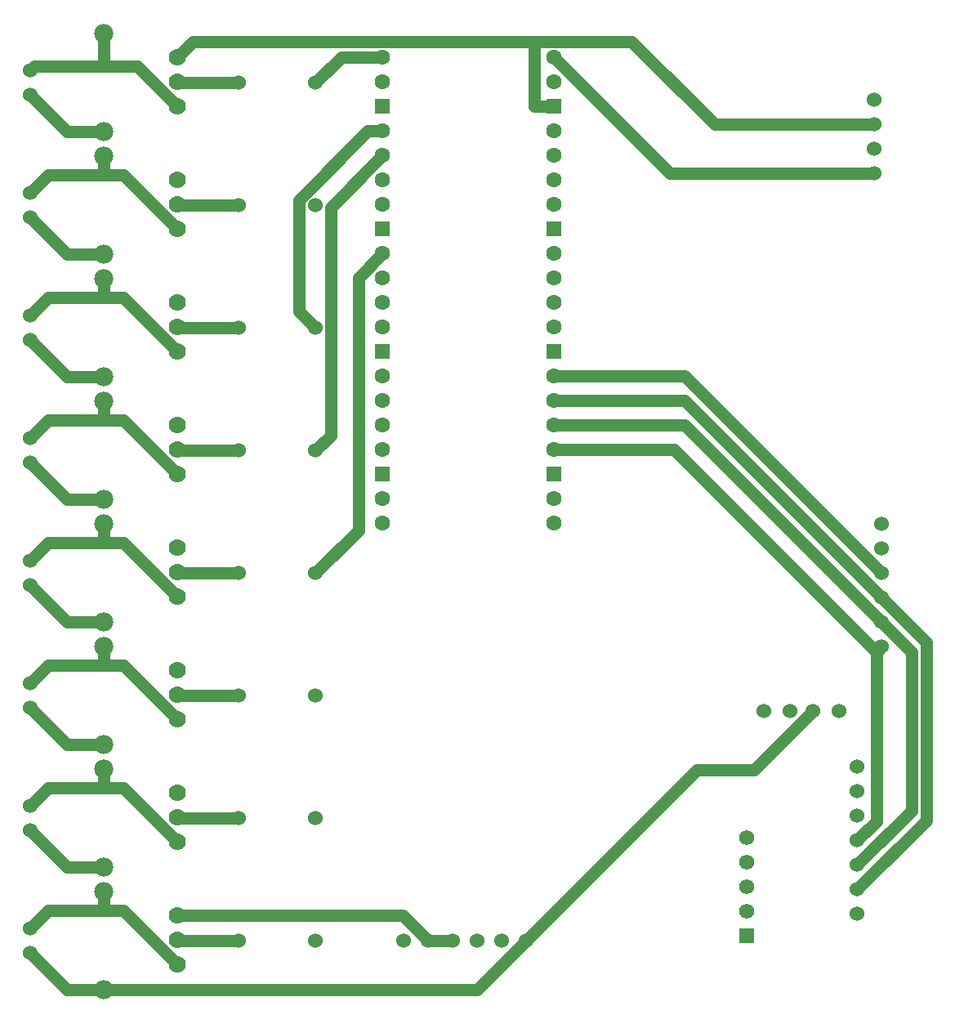
<source format=gbl>
G04 Layer: BottomLayer*
G04 EasyEDA v6.5.23, 2023-08-12 17:48:43*
G04 Gerber Generator version 0.2*
G04 Scale: 100 percent, Rotated: No, Reflected: No *
G04 Dimensions in millimeters *
G04 leading zeros omitted , absolute positions ,4 integer and 5 decimal *
%FSLAX45Y45*%
%MOMM*%

%ADD10C,1.2700*%
%ADD11C,1.6000*%
%ADD12R,1.6000X1.6000*%
%ADD13C,1.7780*%
%ADD14C,1.5240*%
%ADD15C,1.9812*%
%ADD16C,1.5748*%
%ADD17R,1.5748X1.5748*%
%ADD18R,0.0100X1.5748*%

%LPD*%
D10*
X6350000Y4572000D02*
G01*
X8120354Y6342354D01*
X8710879Y6342354D01*
X9321774Y6953250D01*
X4165498Y13461974D02*
G01*
X4429480Y13725956D01*
X4860010Y13725956D01*
X4165498Y10921974D02*
G01*
X3990517Y11096955D01*
X3990517Y12250648D01*
X4703825Y12963956D01*
X4860010Y12963956D01*
X4165498Y9651974D02*
G01*
X4320590Y9807067D01*
X4320590Y12170537D01*
X4860010Y12709956D01*
X4165498Y8381974D02*
G01*
X4608322Y8824798D01*
X4608322Y11442268D01*
X4860010Y11693956D01*
X10032974Y8381974D02*
G01*
X7990966Y10423982D01*
X6637985Y10423982D01*
X10032974Y8127974D02*
G01*
X7990966Y10169982D01*
X6637985Y10169982D01*
X9778974Y5105400D02*
G01*
X10494695Y5821121D01*
X10494695Y7666253D01*
X10032974Y8127974D01*
X9778974Y5359400D02*
G01*
X10342118Y5922543D01*
X10342118Y7564831D01*
X10032974Y7873974D01*
X10032974Y7873974D02*
G01*
X7990966Y9915982D01*
X6637985Y9915982D01*
X9976764Y7563764D02*
G01*
X7878546Y9661982D01*
X6637985Y9661982D01*
X10032974Y7619974D02*
G01*
X9976764Y7563764D01*
X9976764Y7563764D02*
G01*
X9976764Y5811189D01*
X9778974Y5613400D01*
X3365500Y4572000D02*
G01*
X2743200Y4572000D01*
X2730500Y4584700D01*
X1968500Y4888331D02*
G01*
X1968500Y5080000D01*
X1206500Y4699000D02*
G01*
X1395831Y4888331D01*
X1968500Y4888331D01*
X1968500Y4888331D02*
G01*
X2172868Y4888331D01*
X2730500Y4330700D01*
X3365500Y5842000D02*
G01*
X2743200Y5842000D01*
X2730500Y5854700D01*
X1968500Y6158331D02*
G01*
X1968500Y6350000D01*
X1206500Y5969000D02*
G01*
X1395831Y6158331D01*
X1968500Y6158331D01*
X1968500Y6158331D02*
G01*
X2172868Y6158331D01*
X2730500Y5600700D01*
X3365500Y7111974D02*
G01*
X2743200Y7111974D01*
X2730500Y7124674D01*
X1968500Y7428306D02*
G01*
X1968500Y7619974D01*
X1206500Y7238974D02*
G01*
X1395831Y7428306D01*
X1968500Y7428306D01*
X1968500Y7428306D02*
G01*
X2172868Y7428306D01*
X2730500Y6870674D01*
X3365500Y8381974D02*
G01*
X2743200Y8381974D01*
X2730500Y8394674D01*
X1968500Y8698306D02*
G01*
X1968500Y8889974D01*
X1206500Y8508974D02*
G01*
X1395831Y8698306D01*
X1968500Y8698306D01*
X1968500Y8698306D02*
G01*
X2172868Y8698306D01*
X2730500Y8140674D01*
X3365500Y9651974D02*
G01*
X2743200Y9651974D01*
X2730500Y9664674D01*
X1968500Y9968306D02*
G01*
X1968500Y10159974D01*
X1206500Y9778974D02*
G01*
X1395831Y9968306D01*
X1968500Y9968306D01*
X1968500Y9968306D02*
G01*
X2172868Y9968306D01*
X2730500Y9410674D01*
X3365500Y10921974D02*
G01*
X2743200Y10921974D01*
X2730500Y10934674D01*
X1968500Y11238306D02*
G01*
X1968500Y11429974D01*
X1206500Y11048974D02*
G01*
X1395831Y11238306D01*
X1968500Y11238306D01*
X1968500Y11238306D02*
G01*
X2172868Y11238306D01*
X2730500Y10680674D01*
X3365500Y12191974D02*
G01*
X2743200Y12191974D01*
X2730500Y12204674D01*
X1968500Y12508306D02*
G01*
X1968500Y12699974D01*
X1206500Y12318974D02*
G01*
X1395831Y12508306D01*
X1968500Y12508306D01*
X1968500Y12508306D02*
G01*
X2172868Y12508306D01*
X2730500Y11950674D01*
X3365500Y13461974D02*
G01*
X2743200Y13461974D01*
X2730500Y13474674D01*
X1968500Y13969974D02*
G01*
X1968500Y13633475D01*
X1206500Y13588974D02*
G01*
X1251000Y13633475D01*
X1968500Y13633475D01*
X1968500Y13633475D02*
G01*
X2317699Y13633475D01*
X2730500Y13220674D01*
X1968500Y5334000D02*
G01*
X1587500Y5334000D01*
X1206500Y5715000D01*
X1968500Y6603974D02*
G01*
X1587500Y6603974D01*
X1206500Y6984974D01*
X1968500Y7873974D02*
G01*
X1587500Y7873974D01*
X1206500Y8254974D01*
X1968500Y9143974D02*
G01*
X1587500Y9143974D01*
X1206500Y9524974D01*
X1968500Y10413974D02*
G01*
X1587500Y10413974D01*
X1206500Y10794974D01*
X1968500Y11683974D02*
G01*
X1587500Y11683974D01*
X1206500Y12064974D01*
X1968500Y12953974D02*
G01*
X1587500Y12953974D01*
X1206500Y13334974D01*
X1206500Y4445000D02*
G01*
X1587500Y4064000D01*
X1968500Y4064000D01*
X1968500Y4064000D02*
G01*
X5842000Y4064000D01*
X6350000Y4572000D01*
X6637985Y13725956D02*
G01*
X7838770Y12525171D01*
X9956774Y12525171D01*
X5334000Y4572000D02*
G01*
X5588000Y4572000D01*
X5334000Y4572000D02*
G01*
X5067300Y4838700D01*
X2730500Y4838700D01*
X6637985Y13217956D02*
G01*
X6430924Y13217956D01*
X6430924Y13889888D02*
G01*
X6430924Y13217956D01*
X2730500Y13728674D02*
G01*
X2891713Y13889888D01*
X6430924Y13889888D01*
X6430924Y13889888D02*
G01*
X7443139Y13889888D01*
X8299856Y13033171D01*
X9956774Y13033171D01*
D11*
G01*
X4860010Y8899982D03*
G01*
X4860010Y9153982D03*
D12*
G01*
X4859985Y9407982D03*
D11*
G01*
X4860010Y9661982D03*
G01*
X4860010Y9915982D03*
G01*
X4860010Y10169982D03*
G01*
X4860010Y10423982D03*
D12*
G01*
X4859985Y10677982D03*
D11*
G01*
X4860010Y10931956D03*
G01*
X4860010Y11185956D03*
G01*
X4860010Y13725956D03*
G01*
X4860010Y13471956D03*
D12*
G01*
X4859985Y13217982D03*
D11*
G01*
X4860010Y12963956D03*
G01*
X4860010Y12709956D03*
G01*
X4860010Y12455956D03*
G01*
X4860010Y12201956D03*
D12*
G01*
X4859985Y11947982D03*
D11*
G01*
X4860010Y11693956D03*
G01*
X4860010Y11439956D03*
G01*
X6637985Y11439956D03*
G01*
X6637985Y11693956D03*
D12*
G01*
X6637985Y11947982D03*
D11*
G01*
X6637985Y12201956D03*
G01*
X6637985Y12455956D03*
G01*
X6637985Y12709956D03*
G01*
X6637985Y12963956D03*
D12*
G01*
X6637985Y13217982D03*
D11*
G01*
X6637985Y13471956D03*
G01*
X6637985Y13725956D03*
G01*
X6637985Y11185956D03*
G01*
X6637985Y10931956D03*
D12*
G01*
X6637985Y10677982D03*
D11*
G01*
X6637985Y10423982D03*
G01*
X6637985Y10169982D03*
G01*
X6637985Y9915982D03*
G01*
X6637985Y9661982D03*
D12*
G01*
X6637985Y9407982D03*
D11*
G01*
X6637985Y9153982D03*
G01*
X6637985Y8899982D03*
D13*
G01*
X2730500Y4838700D03*
G01*
X2730500Y4584700D03*
G01*
X2730500Y4330700D03*
G01*
X2730500Y6108674D03*
G01*
X2730500Y5854674D03*
G01*
X2730500Y5600674D03*
G01*
X2730500Y7378674D03*
G01*
X2730500Y7124674D03*
G01*
X2730500Y6870674D03*
G01*
X2730500Y8648674D03*
G01*
X2730500Y8394674D03*
G01*
X2730500Y8140674D03*
G01*
X2730500Y9918674D03*
G01*
X2730500Y9664674D03*
G01*
X2730500Y9410674D03*
G01*
X2730500Y11188674D03*
G01*
X2730500Y10934674D03*
G01*
X2730500Y10680674D03*
G01*
X2730500Y12458674D03*
G01*
X2730500Y12204674D03*
G01*
X2730500Y11950674D03*
G01*
X2730500Y13728674D03*
G01*
X2730500Y13474674D03*
G01*
X2730500Y13220674D03*
D14*
G01*
X6350000Y4572000D03*
G01*
X6096000Y4572000D03*
G01*
X5842000Y4572000D03*
G01*
X5588000Y4572000D03*
G01*
X5334000Y4572000D03*
G01*
X5080000Y4572000D03*
G01*
X1206500Y13588974D03*
G01*
X1206500Y13334974D03*
G01*
X1206500Y12318974D03*
G01*
X1206500Y12064974D03*
G01*
X1206500Y11048974D03*
G01*
X1206500Y10794974D03*
G01*
X1206500Y9778974D03*
G01*
X1206500Y9524974D03*
G01*
X1206500Y8508974D03*
G01*
X1206500Y8254974D03*
G01*
X1206500Y7238974D03*
G01*
X1206500Y6984974D03*
G01*
X1206500Y5968974D03*
G01*
X1206500Y5714974D03*
G01*
X1206500Y4699000D03*
G01*
X1206500Y4445000D03*
D15*
G01*
X1968500Y13969974D03*
G01*
X1968500Y12953974D03*
G01*
X1968500Y12699974D03*
G01*
X1968500Y11683974D03*
G01*
X1968500Y11429974D03*
G01*
X1968500Y10413974D03*
G01*
X1968500Y10159974D03*
G01*
X1968500Y9143974D03*
G01*
X1968500Y8889974D03*
G01*
X1968500Y7873974D03*
G01*
X1968500Y7619974D03*
G01*
X1968500Y6603974D03*
G01*
X1968500Y6349974D03*
G01*
X1968500Y5333974D03*
G01*
X1968500Y5080000D03*
G01*
X1968500Y4064000D03*
D14*
G01*
X3365500Y13461974D03*
G01*
X4165498Y13461974D03*
G01*
X3365500Y12191974D03*
G01*
X4165498Y12191974D03*
G01*
X3365500Y10921974D03*
G01*
X4165498Y10921974D03*
G01*
X3365500Y9651974D03*
G01*
X4165498Y9651974D03*
G01*
X3365500Y8381974D03*
G01*
X4165498Y8381974D03*
G01*
X3365500Y7111974D03*
G01*
X4165498Y7111974D03*
G01*
X3365500Y5841974D03*
G01*
X4165498Y5841974D03*
G01*
X3365500Y4572000D03*
G01*
X4165498Y4572000D03*
G01*
X9778974Y6375400D03*
G01*
X9778974Y6121400D03*
G01*
X9778974Y5867400D03*
G01*
X9778974Y5613400D03*
G01*
X9778974Y5359400D03*
G01*
X9778974Y5105400D03*
G01*
X9778974Y4851400D03*
D16*
G01*
X8635974Y5645150D03*
G01*
X8635974Y5391150D03*
G01*
X8635974Y5137150D03*
G01*
X8635974Y4883150D03*
D17*
G01*
X8635974Y4629150D03*
D14*
G01*
X9588474Y6953250D03*
G01*
X9321774Y6953250D03*
G01*
X9080474Y6953250D03*
G01*
X8813774Y6953250D03*
G01*
X10032974Y7619974D03*
G01*
X10032974Y7873974D03*
G01*
X10032974Y8127974D03*
G01*
X10032974Y8381974D03*
G01*
X10032974Y8635974D03*
G01*
X10032974Y8889974D03*
G01*
X9956774Y13287171D03*
G01*
X9956774Y13033171D03*
G01*
X9956774Y12779171D03*
G01*
X9956774Y12525171D03*
M02*

</source>
